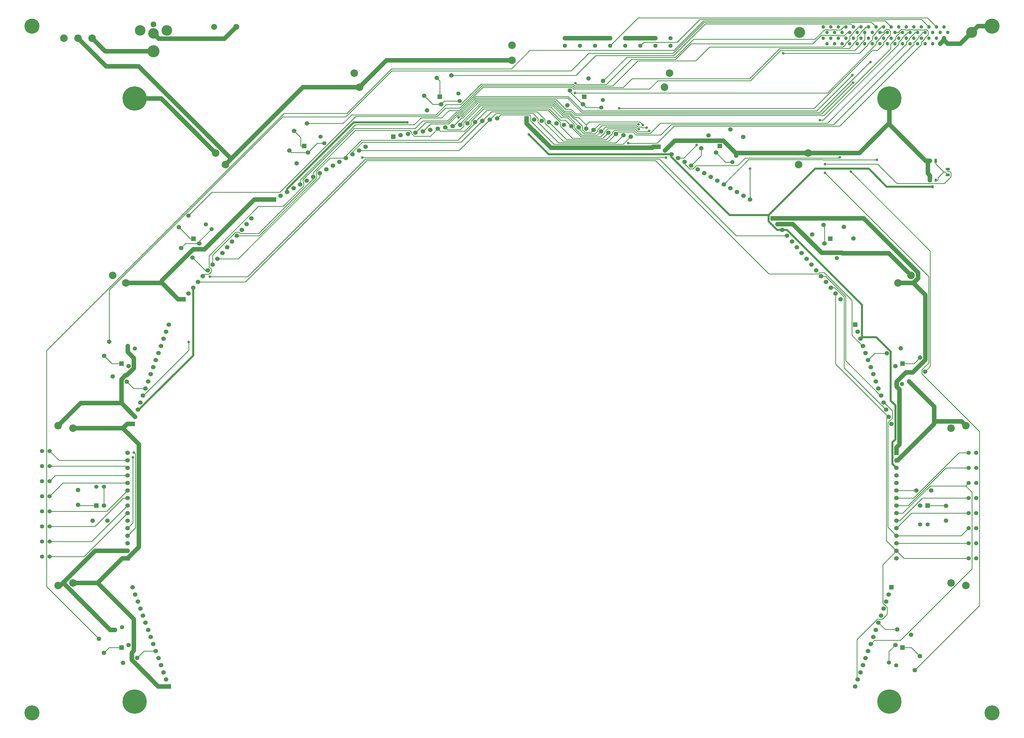
<source format=gtl>
G04 (created by PCBNEW (2013-jul-07)-stable) date Mon 30 Nov 2015 09:20:55 AM PST*
%MOIN*%
G04 Gerber Fmt 3.4, Leading zero omitted, Abs format*
%FSLAX34Y34*%
G01*
G70*
G90*
G04 APERTURE LIST*
%ADD10C,0.00590551*%
%ADD11C,0.145669*%
%ADD12C,0.0472441*%
%ADD13R,0.0315X0.0394*%
%ADD14R,0.055X0.035*%
%ADD15R,0.035X0.055*%
%ADD16C,0.1*%
%ADD17C,0.0590551*%
%ADD18R,0.06X0.06*%
%ADD19C,0.06*%
%ADD20C,0.076*%
%ADD21C,0.14*%
%ADD22C,0.16*%
%ADD23C,0.055*%
%ADD24C,0.0787402*%
%ADD25C,0.32*%
%ADD26C,0.2*%
%ADD27C,0.035*%
%ADD28C,0.06*%
%ADD29C,0.01*%
%ADD30C,0.025*%
G04 APERTURE END LIST*
G54D10*
G54D11*
X140899Y-27246D03*
X118100Y-27246D03*
G54D12*
X137750Y-28746D03*
X137250Y-27996D03*
X136750Y-28746D03*
X136250Y-27996D03*
X135750Y-28746D03*
X135250Y-27996D03*
X134750Y-28746D03*
X134250Y-27996D03*
X133750Y-28746D03*
X133250Y-27996D03*
X132750Y-28746D03*
X132250Y-27996D03*
X131750Y-28746D03*
X131250Y-27996D03*
X130750Y-28746D03*
X130250Y-27996D03*
X129750Y-28746D03*
X129250Y-27996D03*
X128750Y-28746D03*
X128250Y-27996D03*
X127750Y-28746D03*
X127250Y-27996D03*
X126750Y-28746D03*
X126250Y-27996D03*
X125750Y-28746D03*
X125250Y-27996D03*
X124750Y-28746D03*
X124250Y-27996D03*
X123750Y-28746D03*
X123250Y-27996D03*
X122750Y-28746D03*
X122250Y-27996D03*
X121750Y-28746D03*
X121250Y-27996D03*
X137750Y-27246D03*
X137250Y-26496D03*
X136750Y-27246D03*
X136250Y-26496D03*
X135750Y-27246D03*
X135250Y-26496D03*
X134750Y-27246D03*
X134250Y-26496D03*
X133750Y-27246D03*
X133250Y-26496D03*
X132750Y-27246D03*
X132250Y-26496D03*
X131750Y-27246D03*
X131250Y-26496D03*
X130750Y-27246D03*
X130250Y-26496D03*
X129750Y-27246D03*
X129250Y-26496D03*
X128750Y-27246D03*
X128250Y-26496D03*
X127750Y-27246D03*
X127250Y-26496D03*
X126750Y-27246D03*
X126250Y-26496D03*
X125750Y-27246D03*
X125250Y-26496D03*
X124750Y-27246D03*
X124250Y-26496D03*
X123750Y-27246D03*
X123250Y-26496D03*
X122750Y-27246D03*
X122250Y-26496D03*
X121750Y-27246D03*
X121250Y-26496D03*
G54D13*
X135750Y-47683D03*
X135375Y-46817D03*
X136125Y-46817D03*
G54D14*
X137750Y-45375D03*
X137750Y-46125D03*
G54D15*
X136125Y-44250D03*
X135375Y-44250D03*
G54D16*
X24370Y-28000D03*
X22500Y-28000D03*
X20630Y-28000D03*
G54D17*
X37669Y-57091D03*
X36161Y-55825D03*
X123967Y-53046D03*
X125232Y-54553D03*
X68726Y-37581D03*
X68384Y-35642D03*
X108947Y-40107D03*
X110652Y-41092D03*
X134063Y-70375D03*
X134736Y-72224D03*
X90130Y-33329D03*
X92069Y-33670D03*
X87334Y-36886D03*
X87676Y-34948D03*
X51477Y-44598D03*
X50493Y-42893D03*
X137500Y-90015D03*
X137500Y-91984D03*
X134036Y-109975D03*
X133363Y-111824D03*
X30335Y-110204D03*
X28485Y-110877D03*
X26419Y-92000D03*
X24451Y-92000D03*
X28967Y-73553D03*
X27117Y-72880D03*
X51147Y-40292D03*
X52852Y-39307D03*
X35867Y-53053D03*
X37132Y-51546D03*
X25963Y-70124D03*
X26636Y-68275D03*
X22500Y-89884D03*
X22500Y-87915D03*
X25936Y-109524D03*
X25263Y-107675D03*
X129664Y-69795D03*
X131514Y-69122D03*
X133579Y-88000D03*
X135548Y-88000D03*
X70030Y-33270D03*
X71969Y-32929D03*
X119759Y-54027D03*
X121266Y-52761D03*
X131032Y-106446D03*
X132882Y-107119D03*
X105057Y-42598D03*
X106042Y-40893D03*
G54D18*
X135064Y-90000D03*
G54D19*
X134064Y-90000D03*
G54D18*
X52467Y-42313D03*
G54D19*
X52967Y-43179D03*
G54D18*
X70438Y-35772D03*
G54D19*
X70612Y-36757D03*
G54D18*
X89561Y-35772D03*
G54D19*
X89387Y-36757D03*
G54D18*
X37818Y-54605D03*
G54D19*
X38584Y-55248D03*
G54D18*
X28256Y-108833D03*
G54D19*
X29196Y-108491D03*
G54D18*
X131743Y-108833D03*
G54D19*
X130803Y-108491D03*
G54D18*
X131743Y-71166D03*
G54D19*
X130803Y-71508D03*
G54D18*
X122181Y-54605D03*
G54D19*
X121415Y-55248D03*
G54D18*
X28256Y-71166D03*
G54D19*
X29196Y-71508D03*
G54D18*
X107532Y-42313D03*
G54D19*
X107032Y-43179D03*
G54D18*
X24935Y-90000D03*
G54D19*
X25935Y-90000D03*
G54D18*
X99407Y-42385D03*
G54D19*
X100273Y-42885D03*
X101139Y-43385D03*
X102005Y-43885D03*
X102871Y-44385D03*
X103737Y-44885D03*
X104603Y-45385D03*
X105469Y-45885D03*
X106335Y-46385D03*
X107201Y-46885D03*
X108067Y-47385D03*
X108933Y-47885D03*
X109799Y-48385D03*
X110665Y-48885D03*
X111531Y-49385D03*
G54D18*
X130261Y-100844D03*
G54D19*
X129919Y-101784D03*
X129577Y-102723D03*
X129235Y-103663D03*
X128893Y-104603D03*
X128551Y-105543D03*
X128209Y-106482D03*
X127867Y-107422D03*
X127525Y-108362D03*
X127183Y-109301D03*
X126841Y-110241D03*
X126499Y-111181D03*
X126157Y-112120D03*
X125815Y-113060D03*
X125473Y-114000D03*
G54D18*
X130939Y-83000D03*
G54D19*
X130939Y-84000D03*
X130939Y-85000D03*
X130939Y-86000D03*
X130939Y-87000D03*
X130939Y-88000D03*
X130939Y-89000D03*
X130939Y-90000D03*
X130939Y-91000D03*
X130939Y-92000D03*
X130939Y-93000D03*
X130939Y-94000D03*
X130939Y-95000D03*
X130939Y-96000D03*
X130939Y-97000D03*
G54D18*
X125473Y-65999D03*
G54D19*
X125815Y-66939D03*
X126157Y-67879D03*
X126499Y-68818D03*
X126841Y-69758D03*
X127183Y-70698D03*
X127525Y-71637D03*
X127867Y-72577D03*
X128209Y-73517D03*
X128551Y-74456D03*
X128893Y-75396D03*
X129235Y-76336D03*
X129577Y-77276D03*
X129919Y-78215D03*
X130261Y-79155D03*
G54D18*
X114522Y-51894D03*
G54D19*
X115164Y-52660D03*
X115807Y-53426D03*
X116450Y-54192D03*
X117093Y-54958D03*
X117736Y-55724D03*
X118378Y-56490D03*
X119021Y-57256D03*
X119664Y-58022D03*
X120307Y-58788D03*
X120950Y-59554D03*
X121592Y-60320D03*
X122235Y-61086D03*
X122878Y-61852D03*
X123521Y-62619D03*
G54D18*
X81952Y-38619D03*
G54D19*
X82936Y-38792D03*
X83921Y-38966D03*
X84906Y-39140D03*
X85891Y-39313D03*
X86876Y-39487D03*
X87860Y-39660D03*
X88845Y-39834D03*
X89830Y-40008D03*
X90815Y-40181D03*
X91800Y-40355D03*
X92784Y-40529D03*
X93769Y-40702D03*
X94754Y-40876D03*
X95739Y-41050D03*
G54D18*
X64260Y-41050D03*
G54D19*
X65245Y-40876D03*
X66230Y-40702D03*
X67215Y-40529D03*
X68199Y-40355D03*
X69184Y-40181D03*
X70169Y-40008D03*
X71154Y-39834D03*
X72139Y-39660D03*
X73123Y-39487D03*
X74108Y-39313D03*
X75093Y-39140D03*
X76078Y-38966D03*
X77063Y-38792D03*
X78047Y-38619D03*
G54D18*
X48468Y-49385D03*
G54D19*
X49334Y-48885D03*
X50200Y-48385D03*
X51066Y-47885D03*
X51932Y-47385D03*
X52798Y-46885D03*
X53664Y-46385D03*
X54530Y-45885D03*
X55396Y-45385D03*
X56262Y-44885D03*
X57128Y-44385D03*
X57994Y-43885D03*
X58860Y-43385D03*
X59726Y-42885D03*
X60592Y-42385D03*
G54D18*
X36478Y-62619D03*
G54D19*
X37121Y-61852D03*
X37764Y-61086D03*
X38407Y-60320D03*
X39049Y-59554D03*
X39692Y-58788D03*
X40335Y-58022D03*
X40978Y-57256D03*
X41621Y-56490D03*
X42263Y-55724D03*
X42906Y-54958D03*
X43549Y-54192D03*
X44192Y-53426D03*
X44835Y-52660D03*
X45477Y-51894D03*
G54D18*
X29738Y-79155D03*
G54D19*
X30080Y-78215D03*
X30422Y-77276D03*
X30764Y-76336D03*
X31106Y-75396D03*
X31448Y-74456D03*
X31790Y-73517D03*
X32132Y-72577D03*
X32474Y-71637D03*
X32816Y-70698D03*
X33158Y-69758D03*
X33500Y-68818D03*
X33842Y-67879D03*
X34184Y-66939D03*
X34526Y-65999D03*
G54D18*
X29060Y-97000D03*
G54D19*
X29060Y-96000D03*
X29060Y-95000D03*
X29060Y-94000D03*
X29060Y-93000D03*
X29060Y-92000D03*
X29060Y-91000D03*
X29060Y-90000D03*
X29060Y-89000D03*
X29060Y-88000D03*
X29060Y-87000D03*
X29060Y-86000D03*
X29060Y-85000D03*
X29060Y-84000D03*
X29060Y-83000D03*
G54D18*
X34526Y-114000D03*
G54D19*
X34184Y-113060D03*
X33842Y-112120D03*
X33500Y-111181D03*
X33158Y-110241D03*
X32816Y-109301D03*
X32474Y-108362D03*
X32132Y-107422D03*
X31790Y-106482D03*
X31448Y-105543D03*
X31106Y-104603D03*
X30764Y-103663D03*
X30422Y-102723D03*
X30080Y-101784D03*
X29738Y-100844D03*
G54D20*
X32500Y-26180D03*
G54D21*
X32500Y-27360D03*
G54D22*
X32500Y-29720D03*
G54D21*
X30730Y-26970D03*
X34270Y-26970D03*
G54D16*
X80000Y-30935D03*
X80000Y-28935D03*
X21832Y-100256D03*
X19863Y-100603D03*
X21832Y-79743D03*
X19863Y-79396D03*
X28848Y-60467D03*
X27116Y-59467D03*
X42034Y-44754D03*
X40748Y-43222D03*
X59798Y-34497D03*
X59114Y-32618D03*
G54D23*
X30051Y-69159D03*
X29111Y-68817D03*
X28341Y-106141D03*
X27401Y-106484D03*
X25935Y-87500D03*
X24935Y-87500D03*
X131658Y-73858D03*
X132598Y-73515D03*
X40191Y-53333D03*
X39425Y-52690D03*
X55133Y-41929D03*
X54633Y-41063D03*
X73073Y-36322D03*
X72900Y-35338D03*
X91850Y-37191D03*
X92023Y-36206D03*
X129948Y-110840D03*
X130888Y-111182D03*
X109197Y-44429D03*
X109697Y-43563D03*
X134064Y-92500D03*
X135064Y-92500D03*
X123022Y-57163D03*
X123788Y-56520D03*
G54D24*
X40523Y-26500D03*
X43476Y-26500D03*
G54D16*
X100201Y-34497D03*
X100885Y-32618D03*
X117965Y-44754D03*
X119251Y-43222D03*
X131151Y-60467D03*
X132883Y-59467D03*
X138167Y-79743D03*
X140136Y-79396D03*
X138167Y-100256D03*
X140136Y-100603D03*
G54D25*
X30000Y-36000D03*
X130000Y-36000D03*
X130000Y-116000D03*
X30000Y-116000D03*
G54D26*
X143600Y-26400D03*
X16400Y-117500D03*
X143600Y-117500D03*
X16400Y-26400D03*
G54D23*
X18750Y-82750D03*
X17750Y-82750D03*
X140500Y-91000D03*
X141500Y-91000D03*
X95000Y-29000D03*
X95000Y-28000D03*
X18750Y-88750D03*
X17750Y-88750D03*
X140500Y-93000D03*
X141500Y-93000D03*
X97000Y-29000D03*
X97000Y-28000D03*
X18750Y-86750D03*
X17750Y-86750D03*
X140500Y-95000D03*
X141500Y-95000D03*
X99000Y-29000D03*
X99000Y-28000D03*
X18750Y-84750D03*
X17750Y-84750D03*
X140500Y-97000D03*
X141500Y-97000D03*
X101000Y-29000D03*
X101000Y-28000D03*
X18750Y-90750D03*
X17750Y-90750D03*
X140500Y-83000D03*
X141500Y-83000D03*
X87000Y-29000D03*
X87000Y-28000D03*
X18750Y-96750D03*
X17750Y-96750D03*
X140500Y-85000D03*
X141500Y-85000D03*
X89000Y-29000D03*
X89000Y-28000D03*
X18750Y-94750D03*
X17750Y-94750D03*
X140500Y-87000D03*
X141500Y-87000D03*
X91000Y-29000D03*
X91000Y-28000D03*
X18750Y-92750D03*
X17750Y-92750D03*
X140500Y-89000D03*
X141500Y-89000D03*
X93000Y-29000D03*
X93000Y-28000D03*
G54D27*
X98168Y-40284D03*
X97842Y-39864D03*
X97343Y-39487D03*
X96765Y-39427D03*
X96816Y-40078D03*
X128344Y-44140D03*
X111531Y-45284D03*
X115951Y-30003D03*
X121462Y-45854D03*
X124897Y-45713D03*
X95410Y-41935D03*
X29759Y-83596D03*
X88320Y-35267D03*
X37183Y-68305D03*
X94205Y-37312D03*
X125091Y-32913D03*
X125173Y-33904D03*
X88393Y-33956D03*
X123447Y-43806D03*
X121466Y-44683D03*
X82243Y-40775D03*
X66126Y-39155D03*
X29919Y-82959D03*
X60184Y-43826D03*
X100414Y-43826D03*
X104467Y-42174D03*
X39957Y-59617D03*
X120808Y-38859D03*
X72917Y-38514D03*
X127496Y-31166D03*
G54D28*
X26090Y-29720D02*
X24370Y-28000D01*
X32500Y-29720D02*
X26090Y-29720D01*
X29060Y-97000D02*
X28360Y-97000D01*
X29902Y-105054D02*
X25104Y-100256D01*
X29902Y-109242D02*
X29902Y-105054D01*
X29621Y-109524D02*
X29902Y-109242D01*
X29621Y-110477D02*
X29621Y-109524D01*
X33144Y-114000D02*
X29621Y-110477D01*
X34526Y-114000D02*
X33144Y-114000D01*
X28360Y-97000D02*
X25104Y-100256D01*
X25104Y-100256D02*
X21832Y-100256D01*
X114522Y-51894D02*
X115222Y-51894D01*
X36478Y-62619D02*
X35778Y-62619D01*
X29738Y-79155D02*
X29038Y-79155D01*
X21832Y-79743D02*
X28450Y-79743D01*
X28450Y-79743D02*
X29038Y-79155D01*
X30558Y-81852D02*
X28450Y-79743D01*
X30558Y-95502D02*
X30558Y-81852D01*
X29060Y-97000D02*
X30558Y-95502D01*
X130939Y-83000D02*
X130939Y-82299D01*
X134765Y-62050D02*
X133182Y-60467D01*
X134765Y-70665D02*
X134765Y-62050D01*
X133093Y-72337D02*
X134765Y-70665D01*
X132218Y-72337D02*
X133093Y-72337D01*
X130974Y-73581D02*
X132218Y-72337D01*
X130974Y-74244D02*
X130974Y-73581D01*
X131325Y-74594D02*
X130974Y-74244D01*
X131325Y-81914D02*
X131325Y-74594D01*
X130939Y-82299D02*
X131325Y-81914D01*
X133796Y-59853D02*
X133182Y-60467D01*
X133796Y-59101D02*
X133796Y-59853D01*
X126589Y-51894D02*
X133796Y-59101D01*
X115222Y-51894D02*
X126589Y-51894D01*
X133182Y-60467D02*
X131151Y-60467D01*
X99407Y-42385D02*
X98707Y-42385D01*
X81952Y-38619D02*
X81952Y-39319D01*
X63360Y-30935D02*
X59798Y-34497D01*
X80000Y-30935D02*
X63360Y-30935D01*
X26224Y-31724D02*
X22500Y-28000D01*
X30527Y-31724D02*
X26224Y-31724D01*
X42795Y-43993D02*
X30527Y-31724D01*
X52290Y-34497D02*
X42795Y-43993D01*
X59798Y-34497D02*
X52290Y-34497D01*
X42795Y-43993D02*
X42034Y-44754D01*
X33627Y-60136D02*
X33627Y-60467D01*
X37780Y-55983D02*
X33627Y-60136D01*
X39266Y-55983D02*
X37780Y-55983D01*
X45863Y-49385D02*
X39266Y-55983D01*
X48468Y-49385D02*
X45863Y-49385D01*
X28848Y-60467D02*
X33627Y-60467D01*
X33627Y-60467D02*
X35778Y-62619D01*
X98568Y-42524D02*
X98707Y-42385D01*
X85157Y-42524D02*
X98568Y-42524D01*
X81952Y-39319D02*
X85157Y-42524D01*
G54D29*
X53664Y-46657D02*
X53664Y-46385D01*
X46425Y-53895D02*
X53664Y-46657D01*
X44001Y-53895D02*
X46425Y-53895D01*
X43840Y-53734D02*
X44001Y-53895D01*
X43366Y-53734D02*
X43840Y-53734D01*
X40335Y-56765D02*
X43366Y-53734D01*
X40335Y-58022D02*
X40335Y-56765D01*
X69192Y-40984D02*
X70169Y-40008D01*
X67034Y-40984D02*
X69192Y-40984D01*
X66690Y-40641D02*
X67034Y-40984D01*
X66690Y-40500D02*
X66690Y-40641D01*
X66437Y-40246D02*
X66690Y-40500D01*
X59245Y-40246D02*
X66437Y-40246D01*
X53664Y-45827D02*
X59245Y-40246D01*
X53664Y-46385D02*
X53664Y-45827D01*
X23310Y-96750D02*
X18750Y-96750D01*
X29060Y-91000D02*
X23310Y-96750D01*
X133209Y-89000D02*
X130939Y-89000D01*
X139209Y-83000D02*
X133209Y-89000D01*
X140500Y-83000D02*
X139209Y-83000D01*
X87057Y-38857D02*
X87860Y-39660D01*
X86388Y-38857D02*
X87057Y-38857D01*
X84888Y-37357D02*
X86388Y-38857D01*
X76228Y-37357D02*
X84888Y-37357D01*
X74569Y-39017D02*
X76228Y-37357D01*
X74569Y-39494D02*
X74569Y-39017D01*
X73746Y-40316D02*
X74569Y-39494D01*
X70477Y-40316D02*
X73746Y-40316D01*
X70169Y-40008D02*
X70477Y-40316D01*
X98049Y-40403D02*
X98168Y-40284D01*
X96681Y-40403D02*
X98049Y-40403D01*
X96276Y-39998D02*
X96681Y-40403D01*
X92679Y-39998D02*
X96276Y-39998D01*
X92260Y-40417D02*
X92679Y-39998D01*
X92260Y-40546D02*
X92260Y-40417D01*
X91737Y-41069D02*
X92260Y-40546D01*
X89145Y-41069D02*
X91737Y-41069D01*
X87860Y-39784D02*
X89145Y-41069D01*
X87860Y-39660D02*
X87860Y-39784D01*
X24310Y-94750D02*
X29060Y-90000D01*
X18750Y-94750D02*
X24310Y-94750D01*
X54530Y-46447D02*
X54530Y-45885D01*
X43721Y-57256D02*
X54530Y-46447D01*
X40978Y-57256D02*
X43721Y-57256D01*
X137492Y-85000D02*
X140500Y-85000D01*
X132492Y-90000D02*
X137492Y-85000D01*
X130939Y-90000D02*
X132492Y-90000D01*
X97842Y-39864D02*
X97842Y-39864D01*
X97261Y-39864D02*
X97842Y-39864D01*
X97149Y-39753D02*
X97261Y-39864D01*
X96630Y-39753D02*
X97149Y-39753D01*
X96462Y-39585D02*
X96630Y-39753D01*
X91907Y-39585D02*
X96462Y-39585D01*
X91339Y-40153D02*
X91907Y-39585D01*
X91339Y-40319D02*
X91339Y-40153D01*
X90996Y-40662D02*
X91339Y-40319D01*
X89546Y-40662D02*
X90996Y-40662D01*
X88845Y-39961D02*
X89546Y-40662D01*
X88845Y-39834D02*
X88845Y-39961D01*
X71435Y-40116D02*
X71154Y-39834D01*
X73131Y-40116D02*
X71435Y-40116D01*
X73591Y-39656D02*
X73131Y-40116D01*
X73591Y-39184D02*
X73591Y-39656D01*
X75827Y-36948D02*
X73591Y-39184D01*
X85387Y-36948D02*
X75827Y-36948D01*
X86769Y-38330D02*
X85387Y-36948D01*
X87460Y-38330D02*
X86769Y-38330D01*
X88845Y-39715D02*
X87460Y-38330D01*
X88845Y-39834D02*
X88845Y-39715D01*
X24742Y-92750D02*
X18750Y-92750D01*
X28492Y-89000D02*
X24742Y-92750D01*
X29060Y-89000D02*
X28492Y-89000D01*
X140500Y-87000D02*
X140114Y-87385D01*
X135400Y-87385D02*
X140114Y-87385D01*
X131785Y-91000D02*
X135400Y-87385D01*
X130939Y-91000D02*
X131785Y-91000D01*
X128014Y-107872D02*
X127525Y-108362D01*
X131477Y-107872D02*
X128014Y-107872D01*
X140940Y-98409D02*
X131477Y-107872D01*
X140940Y-88210D02*
X140940Y-98409D01*
X140114Y-87385D02*
X140940Y-88210D01*
X89830Y-39511D02*
X89830Y-40008D01*
X90248Y-39092D02*
X89830Y-39511D01*
X96949Y-39092D02*
X90248Y-39092D01*
X97343Y-39487D02*
X96949Y-39092D01*
X72231Y-39660D02*
X72139Y-39660D01*
X73308Y-38583D02*
X72231Y-39660D01*
X73461Y-38583D02*
X73308Y-38583D01*
X75497Y-36548D02*
X73461Y-38583D01*
X85552Y-36548D02*
X75497Y-36548D01*
X86935Y-37930D02*
X85552Y-36548D01*
X87740Y-37930D02*
X86935Y-37930D01*
X88307Y-38497D02*
X87740Y-37930D01*
X88816Y-38497D02*
X88307Y-38497D01*
X89830Y-39511D02*
X88816Y-38497D01*
X26310Y-90750D02*
X18750Y-90750D01*
X29060Y-88000D02*
X26310Y-90750D01*
X134356Y-89000D02*
X140500Y-89000D01*
X131356Y-92000D02*
X134356Y-89000D01*
X130939Y-92000D02*
X131356Y-92000D01*
X96694Y-39357D02*
X96765Y-39427D01*
X91640Y-39357D02*
X96694Y-39357D01*
X90815Y-40181D02*
X91640Y-39357D01*
X73123Y-39368D02*
X73123Y-39487D01*
X75744Y-36748D02*
X73123Y-39368D01*
X85469Y-36748D02*
X75744Y-36748D01*
X86852Y-38130D02*
X85469Y-36748D01*
X87657Y-38130D02*
X86852Y-38130D01*
X88224Y-38697D02*
X87657Y-38130D01*
X88362Y-38697D02*
X88224Y-38697D01*
X89334Y-39668D02*
X88362Y-38697D01*
X89334Y-40148D02*
X89334Y-39668D01*
X89647Y-40462D02*
X89334Y-40148D01*
X90534Y-40462D02*
X89647Y-40462D01*
X90815Y-40181D02*
X90534Y-40462D01*
X96700Y-25299D02*
X93000Y-29000D01*
X135053Y-25299D02*
X96700Y-25299D01*
X136250Y-26496D02*
X135053Y-25299D01*
X20500Y-87000D02*
X18750Y-88750D01*
X29060Y-87000D02*
X20500Y-87000D01*
X121522Y-59554D02*
X120950Y-59554D01*
X124191Y-62224D02*
X121522Y-59554D01*
X124191Y-70769D02*
X124191Y-62224D01*
X128818Y-75396D02*
X124191Y-70769D01*
X128893Y-75396D02*
X128818Y-75396D01*
X121220Y-44140D02*
X128344Y-44140D01*
X121184Y-44104D02*
X121220Y-44140D01*
X111349Y-44104D02*
X121184Y-44104D01*
X108067Y-47385D02*
X111349Y-44104D01*
X132939Y-91000D02*
X130939Y-93000D01*
X140500Y-91000D02*
X132939Y-91000D01*
X92370Y-39785D02*
X91800Y-40355D01*
X96380Y-39785D02*
X92370Y-39785D01*
X96672Y-40078D02*
X96380Y-39785D01*
X96816Y-40078D02*
X96672Y-40078D01*
X91286Y-40869D02*
X91800Y-40355D01*
X89241Y-40869D02*
X91286Y-40869D01*
X88319Y-39947D02*
X89241Y-40869D01*
X88319Y-39483D02*
X88319Y-39947D01*
X87367Y-38530D02*
X88319Y-39483D01*
X86545Y-38530D02*
X87367Y-38530D01*
X85162Y-37148D02*
X86545Y-38530D01*
X76148Y-37148D02*
X85162Y-37148D01*
X74108Y-39188D02*
X76148Y-37148D01*
X74108Y-39313D02*
X74108Y-39188D01*
X19500Y-86000D02*
X18750Y-86750D01*
X29060Y-86000D02*
X19500Y-86000D01*
X55889Y-43885D02*
X57994Y-43885D01*
X54064Y-45710D02*
X55889Y-43885D01*
X54064Y-46149D02*
X54064Y-45710D01*
X54117Y-46201D02*
X54064Y-46149D01*
X54117Y-46577D02*
X54117Y-46201D01*
X46502Y-54192D02*
X54117Y-46577D01*
X43549Y-54192D02*
X46502Y-54192D01*
X75093Y-39271D02*
X75093Y-39140D01*
X72834Y-41530D02*
X75093Y-39271D01*
X60072Y-41530D02*
X72834Y-41530D01*
X57994Y-43608D02*
X60072Y-41530D01*
X57994Y-43885D02*
X57994Y-43608D01*
X139500Y-94000D02*
X140500Y-93000D01*
X130939Y-94000D02*
X139500Y-94000D01*
X129811Y-92871D02*
X130939Y-94000D01*
X129811Y-78968D02*
X129811Y-92871D01*
X130389Y-78390D02*
X129811Y-78968D01*
X130389Y-77434D02*
X130389Y-78390D01*
X129291Y-76336D02*
X130389Y-77434D01*
X129235Y-76336D02*
X129291Y-76336D01*
X92044Y-41269D02*
X92784Y-40529D01*
X88017Y-41269D02*
X92044Y-41269D01*
X86408Y-39660D02*
X88017Y-41269D01*
X86408Y-39176D02*
X86408Y-39660D01*
X84790Y-37557D02*
X86408Y-39176D01*
X76675Y-37557D02*
X84790Y-37557D01*
X75093Y-39140D02*
X76675Y-37557D01*
X97482Y-28517D02*
X97000Y-29000D01*
X101884Y-28517D02*
X97482Y-28517D01*
X104902Y-25499D02*
X101884Y-28517D01*
X134253Y-25499D02*
X104902Y-25499D01*
X135250Y-26496D02*
X134253Y-25499D01*
X28810Y-84750D02*
X18750Y-84750D01*
X29060Y-85000D02*
X28810Y-84750D01*
X140500Y-95000D02*
X130939Y-95000D01*
X58860Y-43089D02*
X58860Y-43385D01*
X60143Y-41806D02*
X58860Y-43089D01*
X73238Y-41806D02*
X60143Y-41806D01*
X76078Y-38966D02*
X73238Y-41806D01*
X129531Y-77276D02*
X129577Y-77276D01*
X123991Y-71736D02*
X129531Y-77276D01*
X123991Y-62306D02*
X123991Y-71736D01*
X122771Y-61086D02*
X123991Y-62306D01*
X122235Y-61086D02*
X122771Y-61086D01*
X94048Y-40424D02*
X93769Y-40702D01*
X96054Y-40424D02*
X94048Y-40424D01*
X96451Y-40821D02*
X96054Y-40424D01*
X99718Y-40821D02*
X96451Y-40821D01*
X101078Y-39460D02*
X99718Y-40821D01*
X122609Y-39460D02*
X101078Y-39460D01*
X133250Y-28819D02*
X122609Y-39460D01*
X133250Y-28556D02*
X133250Y-28819D01*
X133820Y-27985D02*
X133250Y-28556D01*
X133820Y-27877D02*
X133820Y-27985D01*
X134452Y-27246D02*
X133820Y-27877D01*
X134750Y-27246D02*
X134452Y-27246D01*
X92803Y-41669D02*
X93769Y-40702D01*
X86793Y-41669D02*
X92803Y-41669D01*
X84381Y-39257D02*
X86793Y-41669D01*
X84381Y-38789D02*
X84381Y-39257D01*
X83350Y-37758D02*
X84381Y-38789D01*
X77286Y-37758D02*
X83350Y-37758D01*
X76078Y-38966D02*
X77286Y-37758D01*
X20000Y-84000D02*
X18750Y-82750D01*
X29060Y-84000D02*
X20000Y-84000D01*
X72970Y-42885D02*
X59726Y-42885D01*
X77063Y-38792D02*
X72970Y-42885D01*
X125692Y-112938D02*
X125815Y-113060D01*
X125692Y-107762D02*
X125692Y-112938D01*
X128392Y-105062D02*
X125692Y-107762D01*
X129077Y-105062D02*
X128392Y-105062D01*
X129700Y-104439D02*
X129077Y-105062D01*
X129700Y-103492D02*
X129700Y-104439D01*
X129123Y-102915D02*
X129700Y-103492D01*
X129123Y-97815D02*
X129123Y-102915D01*
X130939Y-96000D02*
X129123Y-97815D01*
X122878Y-71235D02*
X129858Y-78215D01*
X122878Y-61852D02*
X122878Y-71235D01*
X129858Y-78215D02*
X129919Y-78215D01*
X131939Y-97000D02*
X130939Y-96000D01*
X140500Y-97000D02*
X131939Y-97000D01*
X129588Y-94649D02*
X130939Y-96000D01*
X129588Y-78485D02*
X129588Y-94649D01*
X129858Y-78215D02*
X129588Y-78485D01*
X93761Y-41869D02*
X94754Y-40876D01*
X86181Y-41869D02*
X93761Y-41869D01*
X83432Y-39121D02*
X86181Y-41869D01*
X83432Y-38641D02*
X83432Y-39121D01*
X82755Y-37964D02*
X83432Y-38641D01*
X77891Y-37964D02*
X82755Y-37964D01*
X77063Y-38792D02*
X77891Y-37964D01*
X111531Y-49385D02*
X111531Y-45284D01*
X94719Y-42069D02*
X95739Y-41050D01*
X85577Y-42069D02*
X94719Y-42069D01*
X82470Y-38963D02*
X85577Y-42069D01*
X82470Y-38303D02*
X82470Y-38963D01*
X82331Y-38164D02*
X82470Y-38303D01*
X78502Y-38164D02*
X82331Y-38164D01*
X78047Y-38619D02*
X78502Y-38164D01*
X18323Y-100735D02*
X25263Y-107675D01*
X18323Y-69442D02*
X18323Y-100735D01*
X49803Y-37962D02*
X18323Y-69442D01*
X58134Y-37962D02*
X49803Y-37962D01*
X64046Y-32050D02*
X58134Y-37962D01*
X79920Y-32050D02*
X64046Y-32050D01*
X82371Y-29599D02*
X79920Y-32050D01*
X101462Y-29599D02*
X82371Y-29599D01*
X105362Y-25699D02*
X101462Y-29599D01*
X129453Y-25699D02*
X105362Y-25699D01*
X130250Y-26496D02*
X129453Y-25699D01*
X126040Y-30003D02*
X115951Y-30003D01*
X127179Y-28864D02*
X126040Y-30003D01*
X127179Y-28756D02*
X127179Y-28864D01*
X127750Y-28185D02*
X127179Y-28756D01*
X127750Y-27793D02*
X127750Y-28185D01*
X128179Y-27364D02*
X127750Y-27793D01*
X128179Y-27256D02*
X128179Y-27364D01*
X128939Y-26496D02*
X128179Y-27256D01*
X129250Y-26496D02*
X128939Y-26496D01*
X135218Y-59611D02*
X121462Y-45854D01*
X135218Y-71077D02*
X135218Y-59611D01*
X134287Y-72008D02*
X135218Y-71077D01*
X134287Y-72528D02*
X134287Y-72008D01*
X141933Y-80174D02*
X134287Y-72528D01*
X141933Y-103254D02*
X141933Y-80174D01*
X133363Y-111824D02*
X141933Y-103254D01*
X26636Y-61412D02*
X26636Y-68275D01*
X49607Y-38441D02*
X26636Y-61412D01*
X57965Y-38441D02*
X49607Y-38441D01*
X64068Y-32337D02*
X57965Y-38441D01*
X87828Y-32337D02*
X64068Y-32337D01*
X90166Y-29999D02*
X87828Y-32337D01*
X101345Y-29999D02*
X90166Y-29999D01*
X105445Y-25899D02*
X101345Y-29999D01*
X127653Y-25899D02*
X105445Y-25899D01*
X128250Y-26496D02*
X127653Y-25899D01*
X126939Y-26496D02*
X127250Y-26496D01*
X126179Y-27256D02*
X126939Y-26496D01*
X126179Y-27364D02*
X126179Y-27256D01*
X125750Y-27793D02*
X126179Y-27364D01*
X125750Y-28185D02*
X125750Y-27793D01*
X125179Y-28756D02*
X125750Y-28185D01*
X125179Y-28864D02*
X125179Y-28756D01*
X124665Y-29377D02*
X125179Y-28864D01*
X115465Y-29377D02*
X124665Y-29377D01*
X111478Y-33364D02*
X115465Y-29377D01*
X95898Y-33364D02*
X111478Y-33364D01*
X94727Y-34536D02*
X95898Y-33364D01*
X88229Y-34536D02*
X94727Y-34536D01*
X87990Y-34297D02*
X88229Y-34536D01*
X76050Y-34297D02*
X87990Y-34297D01*
X73079Y-37268D02*
X76050Y-34297D01*
X71166Y-37268D02*
X73079Y-37268D01*
X70069Y-38365D02*
X71166Y-37268D01*
X59298Y-38365D02*
X70069Y-38365D01*
X49228Y-48435D02*
X59298Y-38365D01*
X40243Y-48435D02*
X49228Y-48435D01*
X37132Y-51546D02*
X40243Y-48435D01*
X125939Y-26496D02*
X126250Y-26496D01*
X125179Y-27256D02*
X125939Y-26496D01*
X125179Y-27364D02*
X125179Y-27256D01*
X124750Y-27793D02*
X125179Y-27364D01*
X124750Y-28185D02*
X124750Y-27793D01*
X124179Y-28756D02*
X124750Y-28185D01*
X124179Y-28864D02*
X124179Y-28756D01*
X123865Y-29177D02*
X124179Y-28864D01*
X106156Y-29177D02*
X123865Y-29177D01*
X104334Y-31000D02*
X106156Y-29177D01*
X96667Y-31000D02*
X104334Y-31000D01*
X93333Y-34334D02*
X96667Y-31000D01*
X88310Y-34334D02*
X93333Y-34334D01*
X88073Y-34096D02*
X88310Y-34334D01*
X75912Y-34096D02*
X88073Y-34096D01*
X73197Y-36811D02*
X75912Y-34096D01*
X71284Y-36811D02*
X73197Y-36811D01*
X69934Y-38162D02*
X71284Y-36811D01*
X58754Y-38162D02*
X69934Y-38162D01*
X57608Y-39307D02*
X58754Y-38162D01*
X52852Y-39307D02*
X57608Y-39307D01*
X88473Y-32929D02*
X71969Y-32929D01*
X91102Y-30299D02*
X88473Y-32929D01*
X101397Y-30299D02*
X91102Y-30299D01*
X105595Y-26101D02*
X101397Y-30299D01*
X124855Y-26101D02*
X105595Y-26101D01*
X125250Y-26496D02*
X124855Y-26101D01*
X95222Y-30517D02*
X92069Y-33670D01*
X95222Y-30517D02*
X95222Y-30517D01*
X101683Y-30517D02*
X95222Y-30517D01*
X104057Y-28143D02*
X101683Y-30517D01*
X120149Y-28143D02*
X104057Y-28143D01*
X121435Y-26857D02*
X120149Y-28143D01*
X121907Y-26857D02*
X121435Y-26857D01*
X121937Y-26887D02*
X121907Y-26857D01*
X122404Y-26887D02*
X121937Y-26887D01*
X122435Y-26857D02*
X122404Y-26887D01*
X122907Y-26857D02*
X122435Y-26857D01*
X122950Y-26900D02*
X122907Y-26857D01*
X123535Y-26900D02*
X122950Y-26900D01*
X123939Y-26496D02*
X123535Y-26900D01*
X124250Y-26496D02*
X123939Y-26496D01*
X135418Y-56235D02*
X124897Y-45713D01*
X135418Y-71542D02*
X135418Y-56235D01*
X134736Y-72224D02*
X135418Y-71542D01*
X99209Y-41935D02*
X95410Y-41935D01*
X101484Y-39660D02*
X99209Y-41935D01*
X123407Y-39660D02*
X101484Y-39660D01*
X134250Y-28818D02*
X123407Y-39660D01*
X134250Y-28543D02*
X134250Y-28818D01*
X134679Y-28114D02*
X134250Y-28543D01*
X134679Y-28006D02*
X134679Y-28114D01*
X135152Y-27532D02*
X134679Y-28006D01*
X135152Y-27091D02*
X135152Y-27532D01*
X134916Y-26854D02*
X135152Y-27091D01*
X134595Y-26854D02*
X134916Y-26854D01*
X134564Y-26885D02*
X134595Y-26854D01*
X134092Y-26885D02*
X134564Y-26885D01*
X134062Y-26854D02*
X134092Y-26885D01*
X133595Y-26854D02*
X134062Y-26854D01*
X133564Y-26885D02*
X133595Y-26854D01*
X133092Y-26885D02*
X133564Y-26885D01*
X133062Y-26854D02*
X133092Y-26885D01*
X132595Y-26854D02*
X133062Y-26854D01*
X132564Y-26885D02*
X132595Y-26854D01*
X132092Y-26885D02*
X132564Y-26885D01*
X132049Y-26841D02*
X132092Y-26885D01*
X131560Y-26841D02*
X132049Y-26841D01*
X131156Y-27246D02*
X131560Y-26841D01*
X130750Y-27246D02*
X131156Y-27246D01*
X29759Y-92301D02*
X29060Y-93000D01*
X29759Y-83596D02*
X29759Y-92301D01*
X121787Y-35267D02*
X88320Y-35267D01*
X128250Y-28805D02*
X121787Y-35267D01*
X128250Y-28543D02*
X128250Y-28805D01*
X128850Y-27943D02*
X128250Y-28543D01*
X128850Y-27835D02*
X128850Y-27943D01*
X129439Y-27246D02*
X128850Y-27835D01*
X129750Y-27246D02*
X129439Y-27246D01*
X37183Y-69385D02*
X37183Y-68305D01*
X31172Y-75396D02*
X37183Y-69385D01*
X31106Y-75396D02*
X31172Y-75396D01*
X120025Y-37312D02*
X94205Y-37312D01*
X127697Y-29640D02*
X120025Y-37312D01*
X128410Y-29640D02*
X127697Y-29640D01*
X129250Y-28800D02*
X128410Y-29640D01*
X129250Y-28543D02*
X129250Y-28800D01*
X129679Y-28114D02*
X129250Y-28543D01*
X129679Y-28006D02*
X129679Y-28114D01*
X130152Y-27532D02*
X129679Y-28006D01*
X130152Y-27097D02*
X130152Y-27532D01*
X129896Y-26841D02*
X130152Y-27097D01*
X129560Y-26841D02*
X129896Y-26841D01*
X129156Y-27246D02*
X129560Y-26841D01*
X128750Y-27246D02*
X129156Y-27246D01*
X39312Y-59292D02*
X39050Y-59554D01*
X39843Y-59292D02*
X39312Y-59292D01*
X40156Y-58980D02*
X39843Y-59292D01*
X40156Y-58609D02*
X40156Y-58980D01*
X39862Y-58315D02*
X40156Y-58609D01*
X39862Y-56857D02*
X39862Y-58315D01*
X46413Y-50306D02*
X39862Y-56857D01*
X49679Y-50306D02*
X46413Y-50306D01*
X52401Y-47584D02*
X49679Y-50306D01*
X52401Y-47218D02*
X52401Y-47584D01*
X52330Y-47146D02*
X52401Y-47218D01*
X52330Y-46711D02*
X52330Y-47146D01*
X59078Y-39962D02*
X52330Y-46711D01*
X67164Y-39962D02*
X59078Y-39962D01*
X68162Y-38965D02*
X67164Y-39962D01*
X71441Y-38965D02*
X68162Y-38965D01*
X72623Y-37783D02*
X71441Y-38965D01*
X73130Y-37783D02*
X72623Y-37783D01*
X75165Y-35747D02*
X73130Y-37783D01*
X87439Y-35747D02*
X75165Y-35747D01*
X89328Y-37637D02*
X87439Y-35747D01*
X120367Y-37637D02*
X89328Y-37637D01*
X125091Y-32913D02*
X120367Y-37637D01*
X126750Y-28185D02*
X126750Y-27246D01*
X126179Y-28756D02*
X126750Y-28185D01*
X126179Y-28864D02*
X126179Y-28756D01*
X125400Y-29642D02*
X126179Y-28864D01*
X115583Y-29642D02*
X125400Y-29642D01*
X111596Y-33629D02*
X115583Y-29642D01*
X99327Y-33629D02*
X111596Y-33629D01*
X98209Y-34747D02*
X99327Y-33629D01*
X88157Y-34747D02*
X98209Y-34747D01*
X87907Y-34497D02*
X88157Y-34747D01*
X76133Y-34497D02*
X87907Y-34497D01*
X73047Y-37582D02*
X76133Y-34497D01*
X71654Y-37582D02*
X73047Y-37582D01*
X70672Y-38565D02*
X71654Y-37582D01*
X67955Y-38565D02*
X70672Y-38565D01*
X67039Y-39480D02*
X67955Y-38565D01*
X59277Y-39480D02*
X67039Y-39480D01*
X51932Y-46826D02*
X59277Y-39480D01*
X51932Y-47385D02*
X51932Y-46826D01*
X69189Y-39365D02*
X68199Y-40355D01*
X71606Y-39365D02*
X69189Y-39365D01*
X72789Y-38183D02*
X71606Y-39365D01*
X73295Y-38183D02*
X72789Y-38183D01*
X75331Y-36147D02*
X73295Y-38183D01*
X85845Y-36147D02*
X75331Y-36147D01*
X87157Y-37459D02*
X85845Y-36147D01*
X87885Y-37459D02*
X87157Y-37459D01*
X88464Y-38038D02*
X87885Y-37459D01*
X121039Y-38038D02*
X88464Y-38038D01*
X125173Y-33904D02*
X121039Y-38038D01*
X124439Y-27246D02*
X124750Y-27246D01*
X124035Y-27650D02*
X124439Y-27246D01*
X123450Y-27650D02*
X124035Y-27650D01*
X123407Y-27607D02*
X123450Y-27650D01*
X122935Y-27607D02*
X123407Y-27607D01*
X122904Y-27637D02*
X122935Y-27607D01*
X122437Y-27637D02*
X122904Y-27637D01*
X122407Y-27607D02*
X122437Y-27637D01*
X121935Y-27607D02*
X122407Y-27607D01*
X121904Y-27637D02*
X121935Y-27607D01*
X121437Y-27637D02*
X121904Y-27637D01*
X121407Y-27607D02*
X121437Y-27637D01*
X120968Y-27607D02*
X121407Y-27607D01*
X119844Y-28731D02*
X120968Y-27607D01*
X103752Y-28731D02*
X119844Y-28731D01*
X101683Y-30800D02*
X103752Y-28731D01*
X95848Y-30800D02*
X101683Y-30800D01*
X92514Y-34134D02*
X95848Y-30800D01*
X88570Y-34134D02*
X92514Y-34134D01*
X88393Y-33956D02*
X88570Y-34134D01*
X123349Y-43903D02*
X123447Y-43806D01*
X110895Y-43903D02*
X123349Y-43903D01*
X109884Y-44914D02*
X110895Y-43903D01*
X104391Y-44914D02*
X109884Y-44914D01*
X103967Y-45338D02*
X104391Y-44914D01*
X103550Y-45338D02*
X103967Y-45338D01*
X102871Y-44660D02*
X103550Y-45338D01*
X102871Y-44385D02*
X102871Y-44660D01*
X128428Y-44683D02*
X121466Y-44683D01*
X131011Y-47267D02*
X128428Y-44683D01*
X137272Y-47267D02*
X131011Y-47267D01*
X138175Y-46364D02*
X137272Y-47267D01*
X138175Y-45881D02*
X138175Y-46364D01*
X137993Y-45700D02*
X138175Y-45881D01*
X137750Y-45700D02*
X137993Y-45700D01*
X137750Y-45375D02*
X137750Y-45700D01*
G54D30*
X37764Y-70082D02*
X37764Y-61086D01*
X30570Y-77276D02*
X37764Y-70082D01*
X30422Y-77276D02*
X30570Y-77276D01*
X126364Y-63362D02*
X126364Y-67671D01*
X116427Y-53426D02*
X126364Y-63362D01*
X115807Y-53426D02*
X116427Y-53426D01*
X126364Y-67671D02*
X126157Y-67879D01*
X128281Y-67671D02*
X126364Y-67671D01*
X130185Y-69576D02*
X128281Y-67671D01*
X130185Y-76092D02*
X130185Y-69576D01*
X130800Y-76706D02*
X130185Y-76092D01*
X130800Y-81220D02*
X130800Y-76706D01*
X130414Y-81606D02*
X130800Y-81220D01*
X130414Y-84474D02*
X130414Y-81606D01*
X130939Y-85000D02*
X130414Y-84474D01*
X101117Y-43407D02*
X101117Y-43412D01*
X101139Y-43385D02*
X101117Y-43407D01*
X84879Y-43412D02*
X82243Y-40775D01*
X101117Y-43412D02*
X84879Y-43412D01*
X108852Y-51476D02*
X113994Y-51476D01*
X101117Y-43741D02*
X108852Y-51476D01*
X101117Y-43412D02*
X101117Y-43741D01*
X113994Y-52293D02*
X113994Y-51476D01*
X115127Y-53426D02*
X113994Y-52293D01*
X115807Y-53426D02*
X115127Y-53426D01*
X120168Y-45302D02*
X113994Y-51476D01*
X127259Y-45302D02*
X120168Y-45302D01*
X129639Y-47682D02*
X127259Y-45302D01*
X135750Y-47682D02*
X129639Y-47682D01*
X59030Y-39155D02*
X66126Y-39155D01*
X50200Y-47985D02*
X59030Y-39155D01*
X50200Y-48385D02*
X50200Y-47985D01*
G54D29*
X133439Y-27246D02*
X133750Y-27246D01*
X132679Y-28006D02*
X133439Y-27246D01*
X132679Y-28114D02*
X132679Y-28006D01*
X132250Y-28543D02*
X132679Y-28114D01*
X132250Y-28813D02*
X132250Y-28543D01*
X121802Y-39260D02*
X132250Y-28813D01*
X99668Y-39260D02*
X121802Y-39260D01*
X98307Y-40620D02*
X99668Y-39260D01*
X96534Y-40620D02*
X98307Y-40620D01*
X96121Y-40208D02*
X96534Y-40620D01*
X93610Y-40208D02*
X96121Y-40208D01*
X93309Y-40509D02*
X93610Y-40208D01*
X93309Y-40646D02*
X93309Y-40509D01*
X92486Y-41469D02*
X93309Y-40646D01*
X87235Y-41469D02*
X92486Y-41469D01*
X84906Y-39140D02*
X87235Y-41469D01*
X30096Y-83136D02*
X29919Y-82959D01*
X30096Y-92964D02*
X30096Y-83136D01*
X29060Y-94000D02*
X30096Y-92964D01*
X102756Y-43885D02*
X104467Y-42174D01*
X102005Y-43885D02*
X102756Y-43885D01*
X100414Y-43826D02*
X60184Y-43826D01*
X44981Y-59617D02*
X39957Y-59617D01*
X60566Y-44032D02*
X44981Y-59617D01*
X99531Y-44032D02*
X60566Y-44032D01*
X109690Y-54192D02*
X99531Y-44032D01*
X116450Y-54192D02*
X109690Y-54192D01*
X121188Y-38859D02*
X120808Y-38859D01*
X131250Y-28797D02*
X121188Y-38859D01*
X131250Y-28543D02*
X131250Y-28797D01*
X131679Y-28114D02*
X131250Y-28543D01*
X131679Y-28006D02*
X131679Y-28114D01*
X132439Y-27246D02*
X131679Y-28006D01*
X132750Y-27246D02*
X132439Y-27246D01*
X126445Y-68818D02*
X126499Y-68818D01*
X125023Y-67396D02*
X126445Y-68818D01*
X125023Y-62765D02*
X125023Y-67396D01*
X121361Y-59103D02*
X125023Y-62765D01*
X120758Y-59103D02*
X121361Y-59103D01*
X120604Y-59257D02*
X120758Y-59103D01*
X114021Y-59257D02*
X120604Y-59257D01*
X98996Y-44233D02*
X114021Y-59257D01*
X60759Y-44233D02*
X98996Y-44233D01*
X44671Y-60320D02*
X60759Y-44233D01*
X38407Y-60320D02*
X44671Y-60320D01*
X73049Y-38383D02*
X72917Y-38514D01*
X73378Y-38383D02*
X73049Y-38383D01*
X75414Y-36347D02*
X73378Y-38383D01*
X85635Y-36347D02*
X75414Y-36347D01*
X87018Y-37730D02*
X85635Y-36347D01*
X87873Y-37730D02*
X87018Y-37730D01*
X88391Y-38248D02*
X87873Y-37730D01*
X121329Y-38248D02*
X88391Y-38248D01*
X130179Y-29398D02*
X121329Y-38248D01*
X130179Y-28756D02*
X130179Y-29398D01*
X130850Y-28085D02*
X130179Y-28756D01*
X130850Y-27835D02*
X130850Y-28085D01*
X131439Y-27246D02*
X130850Y-27835D01*
X131750Y-27246D02*
X131439Y-27246D01*
X68578Y-39165D02*
X67215Y-40529D01*
X71523Y-39165D02*
X68578Y-39165D01*
X72706Y-37983D02*
X71523Y-39165D01*
X73213Y-37983D02*
X72706Y-37983D01*
X75248Y-35947D02*
X73213Y-37983D01*
X87356Y-35947D02*
X75248Y-35947D01*
X89246Y-37837D02*
X87356Y-35947D01*
X120780Y-37837D02*
X89246Y-37837D01*
X127451Y-31166D02*
X120780Y-37837D01*
X127496Y-31166D02*
X127451Y-31166D01*
X31238Y-109301D02*
X30335Y-110204D01*
X32816Y-109301D02*
X31238Y-109301D01*
X130939Y-88000D02*
X133579Y-88000D01*
X129454Y-106446D02*
X131032Y-106446D01*
X128551Y-105543D02*
X129454Y-106446D01*
X29870Y-74456D02*
X28967Y-73553D01*
X31448Y-74456D02*
X29870Y-74456D01*
X39367Y-58788D02*
X37669Y-57091D01*
X39692Y-58788D02*
X39367Y-58788D01*
X105057Y-43565D02*
X105057Y-42598D01*
X103737Y-44885D02*
X105057Y-43565D01*
X128086Y-69795D02*
X127183Y-70698D01*
X129664Y-69795D02*
X128086Y-69795D01*
G54D28*
X91000Y-28000D02*
X93000Y-28000D01*
X141745Y-26400D02*
X140899Y-27246D01*
X143600Y-26400D02*
X141745Y-26400D01*
X41906Y-28070D02*
X43476Y-26500D01*
X33210Y-28070D02*
X41906Y-28070D01*
X32500Y-27360D02*
X33210Y-28070D01*
X87000Y-28000D02*
X89000Y-28000D01*
X89000Y-28000D02*
X91000Y-28000D01*
X135375Y-44250D02*
X135087Y-44250D01*
X135087Y-44250D02*
X134799Y-44250D01*
X135087Y-45932D02*
X135375Y-46219D01*
X135087Y-44250D02*
X135087Y-45932D01*
X135375Y-46817D02*
X135375Y-46219D01*
X22862Y-76397D02*
X28262Y-76397D01*
X19863Y-79396D02*
X22862Y-76397D01*
X28262Y-73254D02*
X28262Y-76397D01*
X28807Y-72709D02*
X28262Y-73254D01*
X28985Y-72709D02*
X28807Y-72709D01*
X29900Y-71794D02*
X28985Y-72709D01*
X29900Y-70428D02*
X29900Y-71794D01*
X29111Y-69639D02*
X29900Y-70428D01*
X29111Y-68817D02*
X29111Y-69639D01*
X28262Y-76397D02*
X30080Y-78215D01*
X139399Y-28746D02*
X137750Y-28746D01*
X140899Y-27246D02*
X139399Y-28746D01*
X137750Y-28746D02*
X137250Y-28246D01*
X136750Y-28746D02*
X137250Y-28246D01*
X137250Y-28246D02*
X137250Y-27996D01*
X123749Y-56481D02*
X123788Y-56520D01*
X121026Y-56481D02*
X123749Y-56481D01*
X117205Y-52660D02*
X121026Y-56481D01*
X115164Y-52660D02*
X117205Y-52660D01*
X129935Y-56520D02*
X132883Y-59467D01*
X123788Y-56520D02*
X129935Y-56520D01*
X26781Y-106484D02*
X20542Y-100244D01*
X27401Y-106484D02*
X26781Y-106484D01*
X20183Y-100603D02*
X20542Y-100244D01*
X19863Y-100603D02*
X20183Y-100603D01*
X24786Y-96000D02*
X29060Y-96000D01*
X20542Y-100244D02*
X24786Y-96000D01*
X33526Y-36000D02*
X40748Y-43222D01*
X30000Y-36000D02*
X33526Y-36000D01*
X139580Y-78840D02*
X140136Y-79396D01*
X135936Y-78840D02*
X139580Y-78840D01*
X135936Y-76854D02*
X135936Y-78840D01*
X132598Y-73515D02*
X135936Y-76854D01*
X131107Y-84000D02*
X130939Y-84000D01*
X135936Y-79171D02*
X131107Y-84000D01*
X135936Y-78840D02*
X135936Y-79171D01*
X129896Y-39347D02*
X134799Y-44250D01*
X130000Y-39243D02*
X129896Y-39347D01*
X130000Y-36000D02*
X130000Y-39243D01*
X95000Y-28000D02*
X97000Y-28000D01*
X97000Y-28000D02*
X99000Y-28000D01*
X126021Y-43222D02*
X119251Y-43222D01*
X129896Y-39347D02*
X126021Y-43222D01*
X109773Y-43222D02*
X109697Y-43298D01*
X119251Y-43222D02*
X109773Y-43222D01*
X107997Y-41599D02*
X109697Y-43298D01*
X101559Y-41599D02*
X107997Y-41599D01*
X100273Y-42885D02*
X101559Y-41599D01*
X109697Y-43298D02*
X109697Y-43563D01*
G54D29*
X132894Y-108833D02*
X134036Y-109975D01*
X131743Y-108833D02*
X132894Y-108833D01*
X137484Y-90000D02*
X137500Y-90015D01*
X135064Y-90000D02*
X137484Y-90000D01*
X133271Y-71166D02*
X134063Y-70375D01*
X132193Y-71166D02*
X133271Y-71166D01*
X131743Y-71166D02*
X132193Y-71166D01*
X70438Y-33678D02*
X70030Y-33270D01*
X70438Y-35772D02*
X70438Y-33678D01*
X52017Y-41162D02*
X51147Y-40292D01*
X52017Y-42313D02*
X52017Y-41162D01*
X52467Y-42313D02*
X52017Y-42313D01*
X37368Y-54554D02*
X35867Y-53053D01*
X37368Y-54605D02*
X37368Y-54554D01*
X37818Y-54605D02*
X37368Y-54605D01*
X27005Y-71166D02*
X25963Y-70124D01*
X28256Y-71166D02*
X27005Y-71166D01*
X22615Y-90000D02*
X22500Y-89884D01*
X24935Y-90000D02*
X22615Y-90000D01*
X26628Y-108833D02*
X25936Y-109524D01*
X28256Y-108833D02*
X26628Y-108833D01*
X38584Y-54940D02*
X38584Y-55248D01*
X40191Y-53333D02*
X38584Y-54940D01*
X36739Y-55248D02*
X36161Y-55825D01*
X38584Y-55248D02*
X36739Y-55248D01*
X25935Y-87500D02*
X25935Y-90000D01*
X50779Y-43179D02*
X50493Y-42893D01*
X52967Y-43179D02*
X50779Y-43179D01*
X54217Y-41929D02*
X52967Y-43179D01*
X55133Y-41929D02*
X54217Y-41929D01*
X129948Y-109346D02*
X130803Y-108491D01*
X129948Y-110840D02*
X129948Y-109346D01*
X89350Y-36757D02*
X89387Y-36757D01*
X87676Y-35082D02*
X89350Y-36757D01*
X87676Y-34948D02*
X87676Y-35082D01*
X89822Y-37191D02*
X89387Y-36757D01*
X91850Y-37191D02*
X89822Y-37191D01*
X71046Y-36322D02*
X70612Y-36757D01*
X73073Y-36322D02*
X71046Y-36322D01*
X69499Y-36757D02*
X68384Y-35642D01*
X70612Y-36757D02*
X69499Y-36757D01*
X121415Y-52910D02*
X121266Y-52761D01*
X121415Y-55248D02*
X121415Y-52910D01*
X108282Y-44429D02*
X107032Y-43179D01*
X109197Y-44429D02*
X108282Y-44429D01*
X136125Y-44250D02*
X136125Y-44675D01*
X136125Y-44675D02*
X137195Y-45746D01*
X137371Y-45746D02*
X137195Y-45746D01*
X137750Y-46125D02*
X137371Y-45746D01*
X136432Y-46509D02*
X136432Y-46817D01*
X137195Y-45746D02*
X136432Y-46509D01*
X136125Y-46817D02*
X136432Y-46817D01*
M02*

</source>
